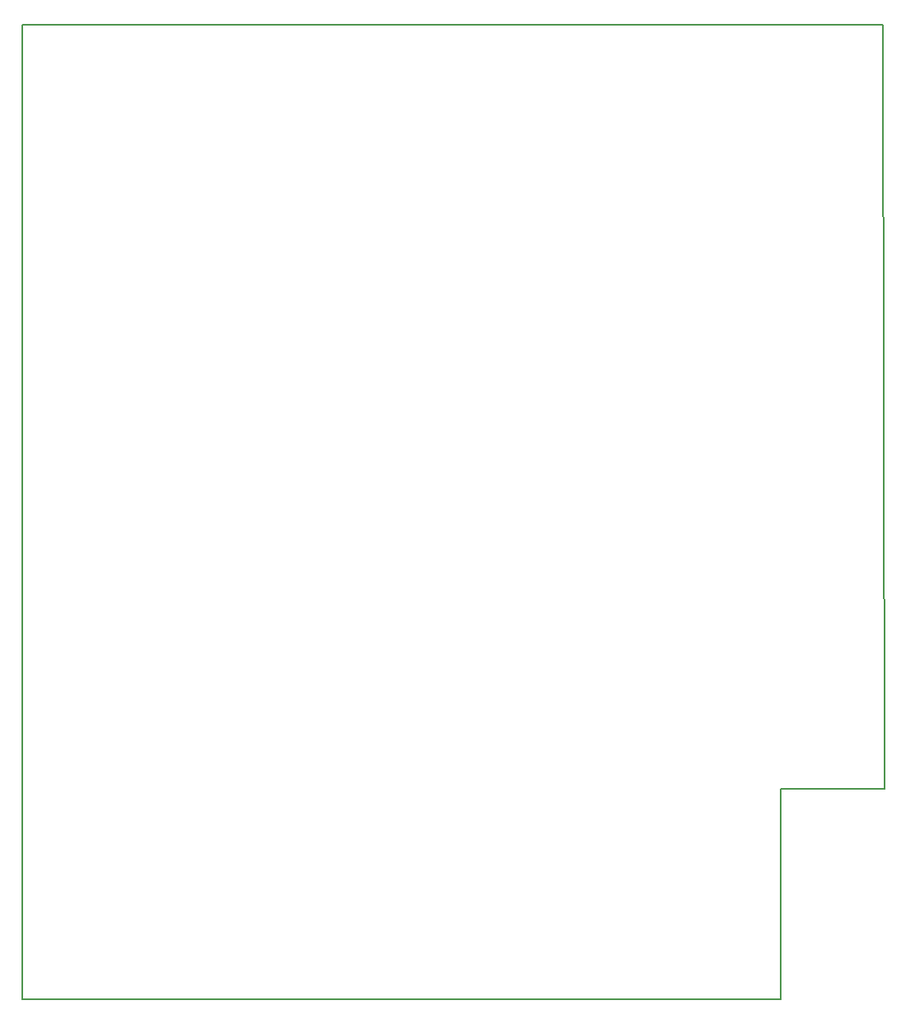
<source format=gbr>
G04 #@! TF.GenerationSoftware,KiCad,Pcbnew,(5.1.7)-1*
G04 #@! TF.CreationDate,2020-12-18T14:13:03+01:00*
G04 #@! TF.ProjectId,CR-VERSION,43522d56-4552-4534-994f-4e2e6b696361,rev?*
G04 #@! TF.SameCoordinates,Original*
G04 #@! TF.FileFunction,Profile,NP*
%FSLAX46Y46*%
G04 Gerber Fmt 4.6, Leading zero omitted, Abs format (unit mm)*
G04 Created by KiCad (PCBNEW (5.1.7)-1) date 2020-12-18 14:13:03*
%MOMM*%
%LPD*%
G01*
G04 APERTURE LIST*
G04 #@! TA.AperFunction,Profile*
%ADD10C,0.150000*%
G04 #@! TD*
G04 APERTURE END LIST*
D10*
X223756000Y-127721000D02*
X223756000Y-149311000D01*
X145905000Y-49362000D02*
X234297000Y-49362000D01*
X145905000Y-149311000D02*
X145905000Y-49362000D01*
X234424000Y-127721000D02*
X234297000Y-49362000D01*
X223756000Y-127721000D02*
X234424000Y-127721000D01*
X156319000Y-149311000D02*
X223756000Y-149311000D01*
X145905000Y-149311000D02*
X156319000Y-149311000D01*
M02*

</source>
